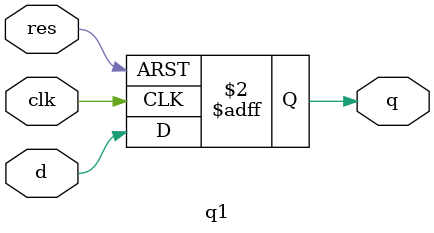
<source format=v>
module q1(d, res, clk, q);
	input d, res, clk;
	output reg q;
	always@(posedge clk or posedge res)
		if(res)
			q <= 0;
		else
			q <=d;
endmodule

</source>
